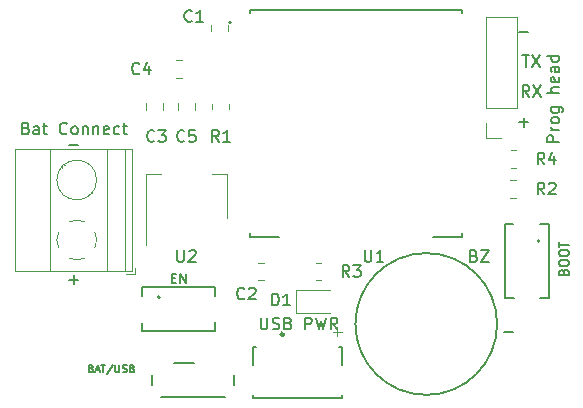
<source format=gto>
G04 #@! TF.GenerationSoftware,KiCad,Pcbnew,(5.1.9)-1*
G04 #@! TF.CreationDate,2021-04-12T15:06:02+02:00*
G04 #@! TF.ProjectId,eerste_versie,65657273-7465-45f7-9665-727369652e6b,rev?*
G04 #@! TF.SameCoordinates,Original*
G04 #@! TF.FileFunction,Legend,Top*
G04 #@! TF.FilePolarity,Positive*
%FSLAX46Y46*%
G04 Gerber Fmt 4.6, Leading zero omitted, Abs format (unit mm)*
G04 Created by KiCad (PCBNEW (5.1.9)-1) date 2021-04-12 15:06:02*
%MOMM*%
%LPD*%
G01*
G04 APERTURE LIST*
%ADD10C,0.150000*%
%ADD11C,0.203200*%
%ADD12C,0.120000*%
%ADD13C,0.127000*%
%ADD14C,0.300000*%
%ADD15C,0.200000*%
%ADD16C,0.015000*%
G04 APERTURE END LIST*
D10*
X115824047Y-116911428D02*
X116585952Y-116911428D01*
X115824047Y-128341428D02*
X116585952Y-128341428D01*
X116205000Y-128722380D02*
X116205000Y-127960476D01*
X153924047Y-107386428D02*
X154685952Y-107386428D01*
X154178095Y-109307380D02*
X154749523Y-109307380D01*
X154463809Y-110307380D02*
X154463809Y-109307380D01*
X154987619Y-109307380D02*
X155654285Y-110307380D01*
X155654285Y-109307380D02*
X154987619Y-110307380D01*
X154773333Y-112847380D02*
X154440000Y-112371190D01*
X154201904Y-112847380D02*
X154201904Y-111847380D01*
X154582857Y-111847380D01*
X154678095Y-111895000D01*
X154725714Y-111942619D01*
X154773333Y-112037857D01*
X154773333Y-112180714D01*
X154725714Y-112275952D01*
X154678095Y-112323571D01*
X154582857Y-112371190D01*
X154201904Y-112371190D01*
X155106666Y-111847380D02*
X155773333Y-112847380D01*
X155773333Y-111847380D02*
X155106666Y-112847380D01*
X153924047Y-115006428D02*
X154685952Y-115006428D01*
X154305000Y-115387380D02*
X154305000Y-114625476D01*
D11*
X124675900Y-135417560D02*
X126428500Y-135417560D01*
X123604020Y-138267440D02*
X128998980Y-138267440D01*
X122826780Y-137269220D02*
X122826780Y-136415780D01*
X129776220Y-137269220D02*
X129776220Y-136415780D01*
D12*
X153659064Y-117375000D02*
X153204936Y-117375000D01*
X153659064Y-118845000D02*
X153204936Y-118845000D01*
X121359000Y-127808000D02*
X121359000Y-127308000D01*
X120619000Y-127808000D02*
X121359000Y-127808000D01*
X117482000Y-121115000D02*
X117528000Y-121162000D01*
X115184000Y-118818000D02*
X115220000Y-118853000D01*
X117698000Y-120922000D02*
X117733000Y-120957000D01*
X115390000Y-118613000D02*
X115436000Y-118660000D01*
X111198000Y-117288000D02*
X121119000Y-117288000D01*
X111198000Y-127568000D02*
X121119000Y-127568000D01*
X121119000Y-127568000D02*
X121119000Y-117288000D01*
X111198000Y-127568000D02*
X111198000Y-117288000D01*
X114158000Y-127568000D02*
X114158000Y-117288000D01*
X119059000Y-127568000D02*
X119059000Y-117288000D01*
X120559000Y-127568000D02*
X120559000Y-117288000D01*
X118139000Y-119888000D02*
G75*
G03*
X118139000Y-119888000I-1680000J0D01*
G01*
X118139253Y-124939195D02*
G75*
G02*
X117994000Y-125652000I-1680253J-28805D01*
G01*
X117142042Y-126503426D02*
G75*
G02*
X115775000Y-126503000I-683042J1535426D01*
G01*
X114923574Y-125651042D02*
G75*
G02*
X114924000Y-124284000I1535426J683042D01*
G01*
X115775958Y-123432574D02*
G75*
G02*
X117143000Y-123433000I683042J-1535426D01*
G01*
X117993756Y-124284682D02*
G75*
G02*
X118139000Y-124968000I-1534756J-683318D01*
G01*
X152400000Y-116360000D02*
X151070000Y-116360000D01*
X151070000Y-116360000D02*
X151070000Y-115030000D01*
X151070000Y-113760000D02*
X151070000Y-106080000D01*
X153730000Y-106080000D02*
X151070000Y-106080000D01*
X153730000Y-113760000D02*
X153730000Y-106080000D01*
X153730000Y-113760000D02*
X151070000Y-113760000D01*
X126465000Y-113403748D02*
X126465000Y-113926252D01*
X124995000Y-113403748D02*
X124995000Y-113926252D01*
X122328000Y-113926252D02*
X122328000Y-113403748D01*
X123798000Y-113926252D02*
X123798000Y-113403748D01*
D13*
X131403400Y-135585200D02*
X131403400Y-134005200D01*
X131403400Y-134005200D02*
X131674400Y-134005200D01*
X138903400Y-135585200D02*
X138903400Y-134005200D01*
X138903400Y-134005200D02*
X138632400Y-134005200D01*
D14*
X133953400Y-132955200D02*
G75*
G03*
X133953400Y-132955200I-100000J0D01*
G01*
D13*
X131403400Y-138125200D02*
X131403400Y-138305200D01*
X131403400Y-138305200D02*
X138903400Y-138305200D01*
X138903400Y-138305200D02*
X138903400Y-138125200D01*
D15*
X121995000Y-129710000D02*
X121995000Y-128960000D01*
X121995000Y-128960000D02*
X128195000Y-128960000D01*
X128195000Y-128960000D02*
X128195000Y-129710000D01*
X121995000Y-132010000D02*
X121995000Y-132660000D01*
X121995000Y-132660000D02*
X128195000Y-132660000D01*
X128195000Y-132660000D02*
X128195000Y-131910000D01*
X123495000Y-129810000D02*
G75*
G03*
X123495000Y-129810000I-100000J0D01*
G01*
X155659000Y-125046000D02*
G75*
G03*
X155659000Y-125046000I-100000J0D01*
G01*
X152709000Y-129846000D02*
X153459000Y-129846000D01*
X152709000Y-123646000D02*
X152709000Y-129846000D01*
X153359000Y-123646000D02*
X152709000Y-123646000D01*
X156409000Y-129846000D02*
X155659000Y-129846000D01*
X156409000Y-123646000D02*
X156409000Y-129846000D01*
X155659000Y-123646000D02*
X156409000Y-123646000D01*
D12*
X137133064Y-128370000D02*
X136678936Y-128370000D01*
X137133064Y-126900000D02*
X136678936Y-126900000D01*
X137906000Y-129215000D02*
X135046000Y-129215000D01*
X135046000Y-129215000D02*
X135046000Y-131135000D01*
X135046000Y-131135000D02*
X137906000Y-131135000D01*
D13*
X152050000Y-132080000D02*
G75*
G03*
X152050000Y-132080000I-6000000J0D01*
G01*
D12*
X125356252Y-109755000D02*
X124833748Y-109755000D01*
X125356252Y-111225000D02*
X124833748Y-111225000D01*
X153627064Y-121385000D02*
X153172936Y-121385000D01*
X153627064Y-119915000D02*
X153172936Y-119915000D01*
X127789000Y-106778248D02*
X127789000Y-107300752D01*
X129259000Y-106778248D02*
X129259000Y-107300752D01*
X131818748Y-126900000D02*
X132341252Y-126900000D01*
X131818748Y-128370000D02*
X132341252Y-128370000D01*
X129140000Y-119350000D02*
X127880000Y-119350000D01*
X122320000Y-119350000D02*
X123580000Y-119350000D01*
X129140000Y-123110000D02*
X129140000Y-119350000D01*
X122320000Y-125360000D02*
X122320000Y-119350000D01*
D13*
X131090000Y-105790000D02*
X131090000Y-105490000D01*
X131090000Y-105490000D02*
X149090000Y-105490000D01*
X149090000Y-105490000D02*
X149090000Y-105790000D01*
X131090000Y-124390000D02*
X131090000Y-124690000D01*
X131090000Y-124690000D02*
X133600000Y-124690000D01*
X146580000Y-124690000D02*
X149090000Y-124690000D01*
X149090000Y-124690000D02*
X149090000Y-124390000D01*
D15*
X129540000Y-106550000D02*
G75*
G03*
X129540000Y-106550000I-100000J0D01*
G01*
D12*
X129386000Y-113892064D02*
X129386000Y-113437936D01*
X127916000Y-113892064D02*
X127916000Y-113437936D01*
D10*
X117696342Y-135846457D02*
X117783428Y-135875485D01*
X117812457Y-135904514D01*
X117841485Y-135962571D01*
X117841485Y-136049657D01*
X117812457Y-136107714D01*
X117783428Y-136136742D01*
X117725371Y-136165771D01*
X117493142Y-136165771D01*
X117493142Y-135556171D01*
X117696342Y-135556171D01*
X117754400Y-135585200D01*
X117783428Y-135614228D01*
X117812457Y-135672285D01*
X117812457Y-135730342D01*
X117783428Y-135788400D01*
X117754400Y-135817428D01*
X117696342Y-135846457D01*
X117493142Y-135846457D01*
X118073714Y-135991600D02*
X118364000Y-135991600D01*
X118015657Y-136165771D02*
X118218857Y-135556171D01*
X118422057Y-136165771D01*
X118538171Y-135556171D02*
X118886514Y-135556171D01*
X118712342Y-136165771D02*
X118712342Y-135556171D01*
X119525142Y-135527142D02*
X119002628Y-136310914D01*
X119728342Y-135556171D02*
X119728342Y-136049657D01*
X119757371Y-136107714D01*
X119786400Y-136136742D01*
X119844457Y-136165771D01*
X119960571Y-136165771D01*
X120018628Y-136136742D01*
X120047657Y-136107714D01*
X120076685Y-136049657D01*
X120076685Y-135556171D01*
X120337942Y-136136742D02*
X120425028Y-136165771D01*
X120570171Y-136165771D01*
X120628228Y-136136742D01*
X120657257Y-136107714D01*
X120686285Y-136049657D01*
X120686285Y-135991600D01*
X120657257Y-135933542D01*
X120628228Y-135904514D01*
X120570171Y-135875485D01*
X120454057Y-135846457D01*
X120396000Y-135817428D01*
X120366971Y-135788400D01*
X120337942Y-135730342D01*
X120337942Y-135672285D01*
X120366971Y-135614228D01*
X120396000Y-135585200D01*
X120454057Y-135556171D01*
X120599200Y-135556171D01*
X120686285Y-135585200D01*
X121150742Y-135846457D02*
X121237828Y-135875485D01*
X121266857Y-135904514D01*
X121295885Y-135962571D01*
X121295885Y-136049657D01*
X121266857Y-136107714D01*
X121237828Y-136136742D01*
X121179771Y-136165771D01*
X120947542Y-136165771D01*
X120947542Y-135556171D01*
X121150742Y-135556171D01*
X121208800Y-135585200D01*
X121237828Y-135614228D01*
X121266857Y-135672285D01*
X121266857Y-135730342D01*
X121237828Y-135788400D01*
X121208800Y-135817428D01*
X121150742Y-135846457D01*
X120947542Y-135846457D01*
X156043333Y-118562380D02*
X155710000Y-118086190D01*
X155471904Y-118562380D02*
X155471904Y-117562380D01*
X155852857Y-117562380D01*
X155948095Y-117610000D01*
X155995714Y-117657619D01*
X156043333Y-117752857D01*
X156043333Y-117895714D01*
X155995714Y-117990952D01*
X155948095Y-118038571D01*
X155852857Y-118086190D01*
X155471904Y-118086190D01*
X156900476Y-117895714D02*
X156900476Y-118562380D01*
X156662380Y-117514761D02*
X156424285Y-118229047D01*
X157043333Y-118229047D01*
X112157380Y-115498571D02*
X112300238Y-115546190D01*
X112347857Y-115593809D01*
X112395476Y-115689047D01*
X112395476Y-115831904D01*
X112347857Y-115927142D01*
X112300238Y-115974761D01*
X112205000Y-116022380D01*
X111824047Y-116022380D01*
X111824047Y-115022380D01*
X112157380Y-115022380D01*
X112252619Y-115070000D01*
X112300238Y-115117619D01*
X112347857Y-115212857D01*
X112347857Y-115308095D01*
X112300238Y-115403333D01*
X112252619Y-115450952D01*
X112157380Y-115498571D01*
X111824047Y-115498571D01*
X113252619Y-116022380D02*
X113252619Y-115498571D01*
X113205000Y-115403333D01*
X113109761Y-115355714D01*
X112919285Y-115355714D01*
X112824047Y-115403333D01*
X113252619Y-115974761D02*
X113157380Y-116022380D01*
X112919285Y-116022380D01*
X112824047Y-115974761D01*
X112776428Y-115879523D01*
X112776428Y-115784285D01*
X112824047Y-115689047D01*
X112919285Y-115641428D01*
X113157380Y-115641428D01*
X113252619Y-115593809D01*
X113585952Y-115355714D02*
X113966904Y-115355714D01*
X113728809Y-115022380D02*
X113728809Y-115879523D01*
X113776428Y-115974761D01*
X113871666Y-116022380D01*
X113966904Y-116022380D01*
X115633571Y-115927142D02*
X115585952Y-115974761D01*
X115443095Y-116022380D01*
X115347857Y-116022380D01*
X115205000Y-115974761D01*
X115109761Y-115879523D01*
X115062142Y-115784285D01*
X115014523Y-115593809D01*
X115014523Y-115450952D01*
X115062142Y-115260476D01*
X115109761Y-115165238D01*
X115205000Y-115070000D01*
X115347857Y-115022380D01*
X115443095Y-115022380D01*
X115585952Y-115070000D01*
X115633571Y-115117619D01*
X116205000Y-116022380D02*
X116109761Y-115974761D01*
X116062142Y-115927142D01*
X116014523Y-115831904D01*
X116014523Y-115546190D01*
X116062142Y-115450952D01*
X116109761Y-115403333D01*
X116205000Y-115355714D01*
X116347857Y-115355714D01*
X116443095Y-115403333D01*
X116490714Y-115450952D01*
X116538333Y-115546190D01*
X116538333Y-115831904D01*
X116490714Y-115927142D01*
X116443095Y-115974761D01*
X116347857Y-116022380D01*
X116205000Y-116022380D01*
X116966904Y-115355714D02*
X116966904Y-116022380D01*
X116966904Y-115450952D02*
X117014523Y-115403333D01*
X117109761Y-115355714D01*
X117252619Y-115355714D01*
X117347857Y-115403333D01*
X117395476Y-115498571D01*
X117395476Y-116022380D01*
X117871666Y-115355714D02*
X117871666Y-116022380D01*
X117871666Y-115450952D02*
X117919285Y-115403333D01*
X118014523Y-115355714D01*
X118157380Y-115355714D01*
X118252619Y-115403333D01*
X118300238Y-115498571D01*
X118300238Y-116022380D01*
X119157380Y-115974761D02*
X119062142Y-116022380D01*
X118871666Y-116022380D01*
X118776428Y-115974761D01*
X118728809Y-115879523D01*
X118728809Y-115498571D01*
X118776428Y-115403333D01*
X118871666Y-115355714D01*
X119062142Y-115355714D01*
X119157380Y-115403333D01*
X119205000Y-115498571D01*
X119205000Y-115593809D01*
X118728809Y-115689047D01*
X120062142Y-115974761D02*
X119966904Y-116022380D01*
X119776428Y-116022380D01*
X119681190Y-115974761D01*
X119633571Y-115927142D01*
X119585952Y-115831904D01*
X119585952Y-115546190D01*
X119633571Y-115450952D01*
X119681190Y-115403333D01*
X119776428Y-115355714D01*
X119966904Y-115355714D01*
X120062142Y-115403333D01*
X120347857Y-115355714D02*
X120728809Y-115355714D01*
X120490714Y-115022380D02*
X120490714Y-115879523D01*
X120538333Y-115974761D01*
X120633571Y-116022380D01*
X120728809Y-116022380D01*
X157297380Y-116672857D02*
X156297380Y-116672857D01*
X156297380Y-116291904D01*
X156345000Y-116196666D01*
X156392619Y-116149047D01*
X156487857Y-116101428D01*
X156630714Y-116101428D01*
X156725952Y-116149047D01*
X156773571Y-116196666D01*
X156821190Y-116291904D01*
X156821190Y-116672857D01*
X157297380Y-115672857D02*
X156630714Y-115672857D01*
X156821190Y-115672857D02*
X156725952Y-115625238D01*
X156678333Y-115577619D01*
X156630714Y-115482380D01*
X156630714Y-115387142D01*
X157297380Y-114910952D02*
X157249761Y-115006190D01*
X157202142Y-115053809D01*
X157106904Y-115101428D01*
X156821190Y-115101428D01*
X156725952Y-115053809D01*
X156678333Y-115006190D01*
X156630714Y-114910952D01*
X156630714Y-114768095D01*
X156678333Y-114672857D01*
X156725952Y-114625238D01*
X156821190Y-114577619D01*
X157106904Y-114577619D01*
X157202142Y-114625238D01*
X157249761Y-114672857D01*
X157297380Y-114768095D01*
X157297380Y-114910952D01*
X156630714Y-113720476D02*
X157440238Y-113720476D01*
X157535476Y-113768095D01*
X157583095Y-113815714D01*
X157630714Y-113910952D01*
X157630714Y-114053809D01*
X157583095Y-114149047D01*
X157249761Y-113720476D02*
X157297380Y-113815714D01*
X157297380Y-114006190D01*
X157249761Y-114101428D01*
X157202142Y-114149047D01*
X157106904Y-114196666D01*
X156821190Y-114196666D01*
X156725952Y-114149047D01*
X156678333Y-114101428D01*
X156630714Y-114006190D01*
X156630714Y-113815714D01*
X156678333Y-113720476D01*
X157297380Y-112482380D02*
X156297380Y-112482380D01*
X157297380Y-112053809D02*
X156773571Y-112053809D01*
X156678333Y-112101428D01*
X156630714Y-112196666D01*
X156630714Y-112339523D01*
X156678333Y-112434761D01*
X156725952Y-112482380D01*
X157249761Y-111196666D02*
X157297380Y-111291904D01*
X157297380Y-111482380D01*
X157249761Y-111577619D01*
X157154523Y-111625238D01*
X156773571Y-111625238D01*
X156678333Y-111577619D01*
X156630714Y-111482380D01*
X156630714Y-111291904D01*
X156678333Y-111196666D01*
X156773571Y-111149047D01*
X156868809Y-111149047D01*
X156964047Y-111625238D01*
X157297380Y-110291904D02*
X156773571Y-110291904D01*
X156678333Y-110339523D01*
X156630714Y-110434761D01*
X156630714Y-110625238D01*
X156678333Y-110720476D01*
X157249761Y-110291904D02*
X157297380Y-110387142D01*
X157297380Y-110625238D01*
X157249761Y-110720476D01*
X157154523Y-110768095D01*
X157059285Y-110768095D01*
X156964047Y-110720476D01*
X156916428Y-110625238D01*
X156916428Y-110387142D01*
X156868809Y-110291904D01*
X157297380Y-109387142D02*
X156297380Y-109387142D01*
X157249761Y-109387142D02*
X157297380Y-109482380D01*
X157297380Y-109672857D01*
X157249761Y-109768095D01*
X157202142Y-109815714D01*
X157106904Y-109863333D01*
X156821190Y-109863333D01*
X156725952Y-109815714D01*
X156678333Y-109768095D01*
X156630714Y-109672857D01*
X156630714Y-109482380D01*
X156678333Y-109387142D01*
X125563333Y-116562142D02*
X125515714Y-116609761D01*
X125372857Y-116657380D01*
X125277619Y-116657380D01*
X125134761Y-116609761D01*
X125039523Y-116514523D01*
X124991904Y-116419285D01*
X124944285Y-116228809D01*
X124944285Y-116085952D01*
X124991904Y-115895476D01*
X125039523Y-115800238D01*
X125134761Y-115705000D01*
X125277619Y-115657380D01*
X125372857Y-115657380D01*
X125515714Y-115705000D01*
X125563333Y-115752619D01*
X126468095Y-115657380D02*
X125991904Y-115657380D01*
X125944285Y-116133571D01*
X125991904Y-116085952D01*
X126087142Y-116038333D01*
X126325238Y-116038333D01*
X126420476Y-116085952D01*
X126468095Y-116133571D01*
X126515714Y-116228809D01*
X126515714Y-116466904D01*
X126468095Y-116562142D01*
X126420476Y-116609761D01*
X126325238Y-116657380D01*
X126087142Y-116657380D01*
X125991904Y-116609761D01*
X125944285Y-116562142D01*
X123023333Y-116562142D02*
X122975714Y-116609761D01*
X122832857Y-116657380D01*
X122737619Y-116657380D01*
X122594761Y-116609761D01*
X122499523Y-116514523D01*
X122451904Y-116419285D01*
X122404285Y-116228809D01*
X122404285Y-116085952D01*
X122451904Y-115895476D01*
X122499523Y-115800238D01*
X122594761Y-115705000D01*
X122737619Y-115657380D01*
X122832857Y-115657380D01*
X122975714Y-115705000D01*
X123023333Y-115752619D01*
X123356666Y-115657380D02*
X123975714Y-115657380D01*
X123642380Y-116038333D01*
X123785238Y-116038333D01*
X123880476Y-116085952D01*
X123928095Y-116133571D01*
X123975714Y-116228809D01*
X123975714Y-116466904D01*
X123928095Y-116562142D01*
X123880476Y-116609761D01*
X123785238Y-116657380D01*
X123499523Y-116657380D01*
X123404285Y-116609761D01*
X123356666Y-116562142D01*
X132037779Y-131531880D02*
X132037779Y-132342143D01*
X132085442Y-132437468D01*
X132133104Y-132485131D01*
X132228429Y-132532793D01*
X132419079Y-132532793D01*
X132514404Y-132485131D01*
X132562067Y-132437468D01*
X132609729Y-132342143D01*
X132609729Y-131531880D01*
X133038692Y-132485131D02*
X133181680Y-132532793D01*
X133419992Y-132532793D01*
X133515317Y-132485131D01*
X133562980Y-132437468D01*
X133610642Y-132342143D01*
X133610642Y-132246818D01*
X133562980Y-132151493D01*
X133515317Y-132103831D01*
X133419992Y-132056168D01*
X133229342Y-132008506D01*
X133134017Y-131960843D01*
X133086355Y-131913181D01*
X133038692Y-131817856D01*
X133038692Y-131722531D01*
X133086355Y-131627206D01*
X133134017Y-131579543D01*
X133229342Y-131531880D01*
X133467655Y-131531880D01*
X133610642Y-131579543D01*
X134373243Y-132008506D02*
X134516230Y-132056168D01*
X134563893Y-132103831D01*
X134611555Y-132199156D01*
X134611555Y-132342143D01*
X134563893Y-132437468D01*
X134516230Y-132485131D01*
X134420905Y-132532793D01*
X134039605Y-132532793D01*
X134039605Y-131531880D01*
X134373243Y-131531880D01*
X134468568Y-131579543D01*
X134516230Y-131627206D01*
X134563893Y-131722531D01*
X134563893Y-131817856D01*
X134516230Y-131913181D01*
X134468568Y-131960843D01*
X134373243Y-132008506D01*
X134039605Y-132008506D01*
X135803119Y-132532793D02*
X135803119Y-131531880D01*
X136184419Y-131531880D01*
X136279744Y-131579543D01*
X136327406Y-131627206D01*
X136375069Y-131722531D01*
X136375069Y-131865518D01*
X136327406Y-131960843D01*
X136279744Y-132008506D01*
X136184419Y-132056168D01*
X135803119Y-132056168D01*
X136708706Y-131531880D02*
X136947019Y-132532793D01*
X137137669Y-131817856D01*
X137328319Y-132532793D01*
X137566632Y-131531880D01*
X138519882Y-132532793D02*
X138186245Y-132056168D01*
X137947932Y-132532793D02*
X137947932Y-131531880D01*
X138329232Y-131531880D01*
X138424557Y-131579543D01*
X138472220Y-131627206D01*
X138519882Y-131722531D01*
X138519882Y-131865518D01*
X138472220Y-131960843D01*
X138424557Y-132008506D01*
X138329232Y-132056168D01*
X137947932Y-132056168D01*
X124504523Y-128212857D02*
X124771190Y-128212857D01*
X124885476Y-128631904D02*
X124504523Y-128631904D01*
X124504523Y-127831904D01*
X124885476Y-127831904D01*
X125228333Y-128631904D02*
X125228333Y-127831904D01*
X125685476Y-128631904D01*
X125685476Y-127831904D01*
X157678757Y-127676114D02*
X157716852Y-127561828D01*
X157754947Y-127523733D01*
X157831138Y-127485638D01*
X157945423Y-127485638D01*
X158021614Y-127523733D01*
X158059709Y-127561828D01*
X158097804Y-127638019D01*
X158097804Y-127942780D01*
X157297804Y-127942780D01*
X157297804Y-127676114D01*
X157335900Y-127599923D01*
X157373995Y-127561828D01*
X157450185Y-127523733D01*
X157526376Y-127523733D01*
X157602566Y-127561828D01*
X157640661Y-127599923D01*
X157678757Y-127676114D01*
X157678757Y-127942780D01*
X157297804Y-126990400D02*
X157297804Y-126838019D01*
X157335900Y-126761828D01*
X157412090Y-126685638D01*
X157564471Y-126647542D01*
X157831138Y-126647542D01*
X157983519Y-126685638D01*
X158059709Y-126761828D01*
X158097804Y-126838019D01*
X158097804Y-126990400D01*
X158059709Y-127066590D01*
X157983519Y-127142780D01*
X157831138Y-127180876D01*
X157564471Y-127180876D01*
X157412090Y-127142780D01*
X157335900Y-127066590D01*
X157297804Y-126990400D01*
X157297804Y-126152304D02*
X157297804Y-125999923D01*
X157335900Y-125923733D01*
X157412090Y-125847542D01*
X157564471Y-125809447D01*
X157831138Y-125809447D01*
X157983519Y-125847542D01*
X158059709Y-125923733D01*
X158097804Y-125999923D01*
X158097804Y-126152304D01*
X158059709Y-126228495D01*
X157983519Y-126304685D01*
X157831138Y-126342780D01*
X157564471Y-126342780D01*
X157412090Y-126304685D01*
X157335900Y-126228495D01*
X157297804Y-126152304D01*
X157297804Y-125580876D02*
X157297804Y-125123733D01*
X158097804Y-125352304D02*
X157297804Y-125352304D01*
X139533333Y-128087380D02*
X139200000Y-127611190D01*
X138961904Y-128087380D02*
X138961904Y-127087380D01*
X139342857Y-127087380D01*
X139438095Y-127135000D01*
X139485714Y-127182619D01*
X139533333Y-127277857D01*
X139533333Y-127420714D01*
X139485714Y-127515952D01*
X139438095Y-127563571D01*
X139342857Y-127611190D01*
X138961904Y-127611190D01*
X139866666Y-127087380D02*
X140485714Y-127087380D01*
X140152380Y-127468333D01*
X140295238Y-127468333D01*
X140390476Y-127515952D01*
X140438095Y-127563571D01*
X140485714Y-127658809D01*
X140485714Y-127896904D01*
X140438095Y-127992142D01*
X140390476Y-128039761D01*
X140295238Y-128087380D01*
X140009523Y-128087380D01*
X139914285Y-128039761D01*
X139866666Y-127992142D01*
X132992904Y-130500380D02*
X132992904Y-129500380D01*
X133231000Y-129500380D01*
X133373857Y-129548000D01*
X133469095Y-129643238D01*
X133516714Y-129738476D01*
X133564333Y-129928952D01*
X133564333Y-130071809D01*
X133516714Y-130262285D01*
X133469095Y-130357523D01*
X133373857Y-130452761D01*
X133231000Y-130500380D01*
X132992904Y-130500380D01*
X134516714Y-130500380D02*
X133945285Y-130500380D01*
X134231000Y-130500380D02*
X134231000Y-129500380D01*
X134135761Y-129643238D01*
X134040523Y-129738476D01*
X133945285Y-129786095D01*
X150089699Y-126293476D02*
X150232746Y-126341158D01*
X150280429Y-126388841D01*
X150328111Y-126484206D01*
X150328111Y-126627253D01*
X150280429Y-126722618D01*
X150232746Y-126770300D01*
X150137381Y-126817983D01*
X149755922Y-126817983D01*
X149755922Y-125816652D01*
X150089699Y-125816652D01*
X150185064Y-125864334D01*
X150232746Y-125912016D01*
X150280429Y-126007381D01*
X150280429Y-126102746D01*
X150232746Y-126198111D01*
X150185064Y-126245793D01*
X150089699Y-126293476D01*
X149755922Y-126293476D01*
X150661888Y-125816652D02*
X151329442Y-125816652D01*
X150661888Y-126817983D01*
X151329442Y-126817983D01*
X152653147Y-132786597D02*
X153416852Y-132786597D01*
D16*
X138143365Y-132723519D02*
X138907754Y-132723519D01*
X138525560Y-133105713D02*
X138525560Y-132341325D01*
D10*
X121753333Y-110847142D02*
X121705714Y-110894761D01*
X121562857Y-110942380D01*
X121467619Y-110942380D01*
X121324761Y-110894761D01*
X121229523Y-110799523D01*
X121181904Y-110704285D01*
X121134285Y-110513809D01*
X121134285Y-110370952D01*
X121181904Y-110180476D01*
X121229523Y-110085238D01*
X121324761Y-109990000D01*
X121467619Y-109942380D01*
X121562857Y-109942380D01*
X121705714Y-109990000D01*
X121753333Y-110037619D01*
X122610476Y-110275714D02*
X122610476Y-110942380D01*
X122372380Y-109894761D02*
X122134285Y-110609047D01*
X122753333Y-110609047D01*
X156043333Y-121102380D02*
X155710000Y-120626190D01*
X155471904Y-121102380D02*
X155471904Y-120102380D01*
X155852857Y-120102380D01*
X155948095Y-120150000D01*
X155995714Y-120197619D01*
X156043333Y-120292857D01*
X156043333Y-120435714D01*
X155995714Y-120530952D01*
X155948095Y-120578571D01*
X155852857Y-120626190D01*
X155471904Y-120626190D01*
X156424285Y-120197619D02*
X156471904Y-120150000D01*
X156567142Y-120102380D01*
X156805238Y-120102380D01*
X156900476Y-120150000D01*
X156948095Y-120197619D01*
X156995714Y-120292857D01*
X156995714Y-120388095D01*
X156948095Y-120530952D01*
X156376666Y-121102380D01*
X156995714Y-121102380D01*
X126198333Y-106402142D02*
X126150714Y-106449761D01*
X126007857Y-106497380D01*
X125912619Y-106497380D01*
X125769761Y-106449761D01*
X125674523Y-106354523D01*
X125626904Y-106259285D01*
X125579285Y-106068809D01*
X125579285Y-105925952D01*
X125626904Y-105735476D01*
X125674523Y-105640238D01*
X125769761Y-105545000D01*
X125912619Y-105497380D01*
X126007857Y-105497380D01*
X126150714Y-105545000D01*
X126198333Y-105592619D01*
X127150714Y-106497380D02*
X126579285Y-106497380D01*
X126865000Y-106497380D02*
X126865000Y-105497380D01*
X126769761Y-105640238D01*
X126674523Y-105735476D01*
X126579285Y-105783095D01*
X130643333Y-129897142D02*
X130595714Y-129944761D01*
X130452857Y-129992380D01*
X130357619Y-129992380D01*
X130214761Y-129944761D01*
X130119523Y-129849523D01*
X130071904Y-129754285D01*
X130024285Y-129563809D01*
X130024285Y-129420952D01*
X130071904Y-129230476D01*
X130119523Y-129135238D01*
X130214761Y-129040000D01*
X130357619Y-128992380D01*
X130452857Y-128992380D01*
X130595714Y-129040000D01*
X130643333Y-129087619D01*
X131024285Y-129087619D02*
X131071904Y-129040000D01*
X131167142Y-128992380D01*
X131405238Y-128992380D01*
X131500476Y-129040000D01*
X131548095Y-129087619D01*
X131595714Y-129182857D01*
X131595714Y-129278095D01*
X131548095Y-129420952D01*
X130976666Y-129992380D01*
X131595714Y-129992380D01*
X124968095Y-125817380D02*
X124968095Y-126626904D01*
X125015714Y-126722142D01*
X125063333Y-126769761D01*
X125158571Y-126817380D01*
X125349047Y-126817380D01*
X125444285Y-126769761D01*
X125491904Y-126722142D01*
X125539523Y-126626904D01*
X125539523Y-125817380D01*
X125968095Y-125912619D02*
X126015714Y-125865000D01*
X126110952Y-125817380D01*
X126349047Y-125817380D01*
X126444285Y-125865000D01*
X126491904Y-125912619D01*
X126539523Y-126007857D01*
X126539523Y-126103095D01*
X126491904Y-126245952D01*
X125920476Y-126817380D01*
X126539523Y-126817380D01*
X140842225Y-125816755D02*
X140842225Y-126627203D01*
X140889898Y-126722550D01*
X140937572Y-126770224D01*
X141032918Y-126817897D01*
X141223612Y-126817897D01*
X141318959Y-126770224D01*
X141366632Y-126722550D01*
X141414306Y-126627203D01*
X141414306Y-125816755D01*
X142415448Y-126817897D02*
X141843367Y-126817897D01*
X142129407Y-126817897D02*
X142129407Y-125816755D01*
X142034060Y-125959775D01*
X141938714Y-126055122D01*
X141843367Y-126102796D01*
X128484333Y-116657380D02*
X128151000Y-116181190D01*
X127912904Y-116657380D02*
X127912904Y-115657380D01*
X128293857Y-115657380D01*
X128389095Y-115705000D01*
X128436714Y-115752619D01*
X128484333Y-115847857D01*
X128484333Y-115990714D01*
X128436714Y-116085952D01*
X128389095Y-116133571D01*
X128293857Y-116181190D01*
X127912904Y-116181190D01*
X129436714Y-116657380D02*
X128865285Y-116657380D01*
X129151000Y-116657380D02*
X129151000Y-115657380D01*
X129055761Y-115800238D01*
X128960523Y-115895476D01*
X128865285Y-115943095D01*
M02*

</source>
